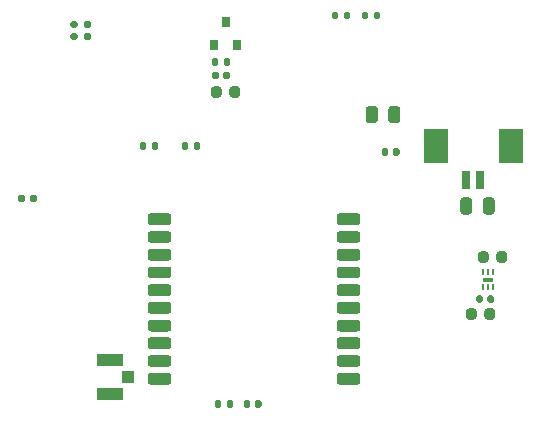
<source format=gbp>
%TF.GenerationSoftware,KiCad,Pcbnew,(5.1.10)-1*%
%TF.CreationDate,2021-12-08T00:23:12-08:00*%
%TF.ProjectId,Climbing_Main_Rev_A,436c696d-6269-46e6-975f-4d61696e5f52,rev?*%
%TF.SameCoordinates,Original*%
%TF.FileFunction,Paste,Bot*%
%TF.FilePolarity,Positive*%
%FSLAX46Y46*%
G04 Gerber Fmt 4.6, Leading zero omitted, Abs format (unit mm)*
G04 Created by KiCad (PCBNEW (5.1.10)-1) date 2021-12-08 00:23:12*
%MOMM*%
%LPD*%
G01*
G04 APERTURE LIST*
%ADD10R,0.127000X0.508000*%
%ADD11R,0.939800X0.304800*%
%ADD12R,0.800000X0.900000*%
%ADD13R,2.100000X3.000000*%
%ADD14R,0.800000X1.600000*%
%ADD15R,1.050000X1.000000*%
%ADD16R,2.200000X1.050000*%
G04 APERTURE END LIST*
G36*
G01*
X140828000Y-106703000D02*
X140828000Y-107203000D01*
G75*
G02*
X140578000Y-107453000I-250000J0D01*
G01*
X139078000Y-107453000D01*
G75*
G02*
X138828000Y-107203000I0J250000D01*
G01*
X138828000Y-106703000D01*
G75*
G02*
X139078000Y-106453000I250000J0D01*
G01*
X140578000Y-106453000D01*
G75*
G02*
X140828000Y-106703000I0J-250000D01*
G01*
G37*
G36*
G01*
X140828000Y-105203000D02*
X140828000Y-105703000D01*
G75*
G02*
X140578000Y-105953000I-250000J0D01*
G01*
X139078000Y-105953000D01*
G75*
G02*
X138828000Y-105703000I0J250000D01*
G01*
X138828000Y-105203000D01*
G75*
G02*
X139078000Y-104953000I250000J0D01*
G01*
X140578000Y-104953000D01*
G75*
G02*
X140828000Y-105203000I0J-250000D01*
G01*
G37*
G36*
G01*
X140828000Y-103703000D02*
X140828000Y-104203000D01*
G75*
G02*
X140578000Y-104453000I-250000J0D01*
G01*
X139078000Y-104453000D01*
G75*
G02*
X138828000Y-104203000I0J250000D01*
G01*
X138828000Y-103703000D01*
G75*
G02*
X139078000Y-103453000I250000J0D01*
G01*
X140578000Y-103453000D01*
G75*
G02*
X140828000Y-103703000I0J-250000D01*
G01*
G37*
G36*
G01*
X140828000Y-102203000D02*
X140828000Y-102703000D01*
G75*
G02*
X140578000Y-102953000I-250000J0D01*
G01*
X139078000Y-102953000D01*
G75*
G02*
X138828000Y-102703000I0J250000D01*
G01*
X138828000Y-102203000D01*
G75*
G02*
X139078000Y-101953000I250000J0D01*
G01*
X140578000Y-101953000D01*
G75*
G02*
X140828000Y-102203000I0J-250000D01*
G01*
G37*
G36*
G01*
X140828000Y-100703000D02*
X140828000Y-101203000D01*
G75*
G02*
X140578000Y-101453000I-250000J0D01*
G01*
X139078000Y-101453000D01*
G75*
G02*
X138828000Y-101203000I0J250000D01*
G01*
X138828000Y-100703000D01*
G75*
G02*
X139078000Y-100453000I250000J0D01*
G01*
X140578000Y-100453000D01*
G75*
G02*
X140828000Y-100703000I0J-250000D01*
G01*
G37*
G36*
G01*
X140828000Y-99203000D02*
X140828000Y-99703000D01*
G75*
G02*
X140578000Y-99953000I-250000J0D01*
G01*
X139078000Y-99953000D01*
G75*
G02*
X138828000Y-99703000I0J250000D01*
G01*
X138828000Y-99203000D01*
G75*
G02*
X139078000Y-98953000I250000J0D01*
G01*
X140578000Y-98953000D01*
G75*
G02*
X140828000Y-99203000I0J-250000D01*
G01*
G37*
G36*
G01*
X140828000Y-97703000D02*
X140828000Y-98203000D01*
G75*
G02*
X140578000Y-98453000I-250000J0D01*
G01*
X139078000Y-98453000D01*
G75*
G02*
X138828000Y-98203000I0J250000D01*
G01*
X138828000Y-97703000D01*
G75*
G02*
X139078000Y-97453000I250000J0D01*
G01*
X140578000Y-97453000D01*
G75*
G02*
X140828000Y-97703000I0J-250000D01*
G01*
G37*
G36*
G01*
X140828000Y-96203000D02*
X140828000Y-96703000D01*
G75*
G02*
X140578000Y-96953000I-250000J0D01*
G01*
X139078000Y-96953000D01*
G75*
G02*
X138828000Y-96703000I0J250000D01*
G01*
X138828000Y-96203000D01*
G75*
G02*
X139078000Y-95953000I250000J0D01*
G01*
X140578000Y-95953000D01*
G75*
G02*
X140828000Y-96203000I0J-250000D01*
G01*
G37*
G36*
G01*
X140828000Y-94703000D02*
X140828000Y-95203000D01*
G75*
G02*
X140578000Y-95453000I-250000J0D01*
G01*
X139078000Y-95453000D01*
G75*
G02*
X138828000Y-95203000I0J250000D01*
G01*
X138828000Y-94703000D01*
G75*
G02*
X139078000Y-94453000I250000J0D01*
G01*
X140578000Y-94453000D01*
G75*
G02*
X140828000Y-94703000I0J-250000D01*
G01*
G37*
G36*
G01*
X140828000Y-93203000D02*
X140828000Y-93703000D01*
G75*
G02*
X140578000Y-93953000I-250000J0D01*
G01*
X139078000Y-93953000D01*
G75*
G02*
X138828000Y-93703000I0J250000D01*
G01*
X138828000Y-93203000D01*
G75*
G02*
X139078000Y-92953000I250000J0D01*
G01*
X140578000Y-92953000D01*
G75*
G02*
X140828000Y-93203000I0J-250000D01*
G01*
G37*
G36*
G01*
X156828000Y-106703000D02*
X156828000Y-107203000D01*
G75*
G02*
X156578000Y-107453000I-250000J0D01*
G01*
X155078000Y-107453000D01*
G75*
G02*
X154828000Y-107203000I0J250000D01*
G01*
X154828000Y-106703000D01*
G75*
G02*
X155078000Y-106453000I250000J0D01*
G01*
X156578000Y-106453000D01*
G75*
G02*
X156828000Y-106703000I0J-250000D01*
G01*
G37*
G36*
G01*
X156828000Y-105203000D02*
X156828000Y-105703000D01*
G75*
G02*
X156578000Y-105953000I-250000J0D01*
G01*
X155078000Y-105953000D01*
G75*
G02*
X154828000Y-105703000I0J250000D01*
G01*
X154828000Y-105203000D01*
G75*
G02*
X155078000Y-104953000I250000J0D01*
G01*
X156578000Y-104953000D01*
G75*
G02*
X156828000Y-105203000I0J-250000D01*
G01*
G37*
G36*
G01*
X156828000Y-103703000D02*
X156828000Y-104203000D01*
G75*
G02*
X156578000Y-104453000I-250000J0D01*
G01*
X155078000Y-104453000D01*
G75*
G02*
X154828000Y-104203000I0J250000D01*
G01*
X154828000Y-103703000D01*
G75*
G02*
X155078000Y-103453000I250000J0D01*
G01*
X156578000Y-103453000D01*
G75*
G02*
X156828000Y-103703000I0J-250000D01*
G01*
G37*
G36*
G01*
X156828000Y-102203000D02*
X156828000Y-102703000D01*
G75*
G02*
X156578000Y-102953000I-250000J0D01*
G01*
X155078000Y-102953000D01*
G75*
G02*
X154828000Y-102703000I0J250000D01*
G01*
X154828000Y-102203000D01*
G75*
G02*
X155078000Y-101953000I250000J0D01*
G01*
X156578000Y-101953000D01*
G75*
G02*
X156828000Y-102203000I0J-250000D01*
G01*
G37*
G36*
G01*
X156828000Y-100703000D02*
X156828000Y-101203000D01*
G75*
G02*
X156578000Y-101453000I-250000J0D01*
G01*
X155078000Y-101453000D01*
G75*
G02*
X154828000Y-101203000I0J250000D01*
G01*
X154828000Y-100703000D01*
G75*
G02*
X155078000Y-100453000I250000J0D01*
G01*
X156578000Y-100453000D01*
G75*
G02*
X156828000Y-100703000I0J-250000D01*
G01*
G37*
G36*
G01*
X156828000Y-99203000D02*
X156828000Y-99703000D01*
G75*
G02*
X156578000Y-99953000I-250000J0D01*
G01*
X155078000Y-99953000D01*
G75*
G02*
X154828000Y-99703000I0J250000D01*
G01*
X154828000Y-99203000D01*
G75*
G02*
X155078000Y-98953000I250000J0D01*
G01*
X156578000Y-98953000D01*
G75*
G02*
X156828000Y-99203000I0J-250000D01*
G01*
G37*
G36*
G01*
X156828000Y-97703000D02*
X156828000Y-98203000D01*
G75*
G02*
X156578000Y-98453000I-250000J0D01*
G01*
X155078000Y-98453000D01*
G75*
G02*
X154828000Y-98203000I0J250000D01*
G01*
X154828000Y-97703000D01*
G75*
G02*
X155078000Y-97453000I250000J0D01*
G01*
X156578000Y-97453000D01*
G75*
G02*
X156828000Y-97703000I0J-250000D01*
G01*
G37*
G36*
G01*
X156828000Y-96203000D02*
X156828000Y-96703000D01*
G75*
G02*
X156578000Y-96953000I-250000J0D01*
G01*
X155078000Y-96953000D01*
G75*
G02*
X154828000Y-96703000I0J250000D01*
G01*
X154828000Y-96203000D01*
G75*
G02*
X155078000Y-95953000I250000J0D01*
G01*
X156578000Y-95953000D01*
G75*
G02*
X156828000Y-96203000I0J-250000D01*
G01*
G37*
G36*
G01*
X156828000Y-94703000D02*
X156828000Y-95203000D01*
G75*
G02*
X156578000Y-95453000I-250000J0D01*
G01*
X155078000Y-95453000D01*
G75*
G02*
X154828000Y-95203000I0J250000D01*
G01*
X154828000Y-94703000D01*
G75*
G02*
X155078000Y-94453000I250000J0D01*
G01*
X156578000Y-94453000D01*
G75*
G02*
X156828000Y-94703000I0J-250000D01*
G01*
G37*
G36*
G01*
X156828000Y-93203000D02*
X156828000Y-93703000D01*
G75*
G02*
X156578000Y-93953000I-250000J0D01*
G01*
X155078000Y-93953000D01*
G75*
G02*
X154828000Y-93703000I0J250000D01*
G01*
X154828000Y-93203000D01*
G75*
G02*
X155078000Y-92953000I250000J0D01*
G01*
X156578000Y-92953000D01*
G75*
G02*
X156828000Y-93203000I0J-250000D01*
G01*
G37*
D10*
X167233600Y-97917000D03*
X167640000Y-97917000D03*
X168046400Y-97917000D03*
X168046400Y-99212400D03*
X167640000Y-99212400D03*
X167233600Y-99212400D03*
D11*
X167640000Y-98564700D03*
G36*
G01*
X128891000Y-91879000D02*
X128891000Y-91509000D01*
G75*
G02*
X129026000Y-91374000I135000J0D01*
G01*
X129296000Y-91374000D01*
G75*
G02*
X129431000Y-91509000I0J-135000D01*
G01*
X129431000Y-91879000D01*
G75*
G02*
X129296000Y-92014000I-135000J0D01*
G01*
X129026000Y-92014000D01*
G75*
G02*
X128891000Y-91879000I0J135000D01*
G01*
G37*
G36*
G01*
X127871000Y-91879000D02*
X127871000Y-91509000D01*
G75*
G02*
X128006000Y-91374000I135000J0D01*
G01*
X128276000Y-91374000D01*
G75*
G02*
X128411000Y-91509000I0J-135000D01*
G01*
X128411000Y-91879000D01*
G75*
G02*
X128276000Y-92014000I-135000J0D01*
G01*
X128006000Y-92014000D01*
G75*
G02*
X127871000Y-91879000I0J135000D01*
G01*
G37*
G36*
G01*
X155432000Y-76385000D02*
X155432000Y-76015000D01*
G75*
G02*
X155567000Y-75880000I135000J0D01*
G01*
X155837000Y-75880000D01*
G75*
G02*
X155972000Y-76015000I0J-135000D01*
G01*
X155972000Y-76385000D01*
G75*
G02*
X155837000Y-76520000I-135000J0D01*
G01*
X155567000Y-76520000D01*
G75*
G02*
X155432000Y-76385000I0J135000D01*
G01*
G37*
G36*
G01*
X154412000Y-76385000D02*
X154412000Y-76015000D01*
G75*
G02*
X154547000Y-75880000I135000J0D01*
G01*
X154817000Y-75880000D01*
G75*
G02*
X154952000Y-76015000I0J-135000D01*
G01*
X154952000Y-76385000D01*
G75*
G02*
X154817000Y-76520000I-135000J0D01*
G01*
X154547000Y-76520000D01*
G75*
G02*
X154412000Y-76385000I0J135000D01*
G01*
G37*
G36*
G01*
X157974000Y-76385000D02*
X157974000Y-76015000D01*
G75*
G02*
X158109000Y-75880000I135000J0D01*
G01*
X158379000Y-75880000D01*
G75*
G02*
X158514000Y-76015000I0J-135000D01*
G01*
X158514000Y-76385000D01*
G75*
G02*
X158379000Y-76520000I-135000J0D01*
G01*
X158109000Y-76520000D01*
G75*
G02*
X157974000Y-76385000I0J135000D01*
G01*
G37*
G36*
G01*
X156954000Y-76385000D02*
X156954000Y-76015000D01*
G75*
G02*
X157089000Y-75880000I135000J0D01*
G01*
X157359000Y-75880000D01*
G75*
G02*
X157494000Y-76015000I0J-135000D01*
G01*
X157494000Y-76385000D01*
G75*
G02*
X157359000Y-76520000I-135000J0D01*
G01*
X157089000Y-76520000D01*
G75*
G02*
X156954000Y-76385000I0J135000D01*
G01*
G37*
G36*
G01*
X145274000Y-80322000D02*
X145274000Y-79952000D01*
G75*
G02*
X145409000Y-79817000I135000J0D01*
G01*
X145679000Y-79817000D01*
G75*
G02*
X145814000Y-79952000I0J-135000D01*
G01*
X145814000Y-80322000D01*
G75*
G02*
X145679000Y-80457000I-135000J0D01*
G01*
X145409000Y-80457000D01*
G75*
G02*
X145274000Y-80322000I0J135000D01*
G01*
G37*
G36*
G01*
X144254000Y-80322000D02*
X144254000Y-79952000D01*
G75*
G02*
X144389000Y-79817000I135000J0D01*
G01*
X144659000Y-79817000D01*
G75*
G02*
X144794000Y-79952000I0J-135000D01*
G01*
X144794000Y-80322000D01*
G75*
G02*
X144659000Y-80457000I-135000J0D01*
G01*
X144389000Y-80457000D01*
G75*
G02*
X144254000Y-80322000I0J135000D01*
G01*
G37*
G36*
G01*
X138698000Y-87064000D02*
X138698000Y-87434000D01*
G75*
G02*
X138563000Y-87569000I-135000J0D01*
G01*
X138293000Y-87569000D01*
G75*
G02*
X138158000Y-87434000I0J135000D01*
G01*
X138158000Y-87064000D01*
G75*
G02*
X138293000Y-86929000I135000J0D01*
G01*
X138563000Y-86929000D01*
G75*
G02*
X138698000Y-87064000I0J-135000D01*
G01*
G37*
G36*
G01*
X139718000Y-87064000D02*
X139718000Y-87434000D01*
G75*
G02*
X139583000Y-87569000I-135000J0D01*
G01*
X139313000Y-87569000D01*
G75*
G02*
X139178000Y-87434000I0J135000D01*
G01*
X139178000Y-87064000D01*
G75*
G02*
X139313000Y-86929000I135000J0D01*
G01*
X139583000Y-86929000D01*
G75*
G02*
X139718000Y-87064000I0J-135000D01*
G01*
G37*
G36*
G01*
X142734000Y-87434000D02*
X142734000Y-87064000D01*
G75*
G02*
X142869000Y-86929000I135000J0D01*
G01*
X143139000Y-86929000D01*
G75*
G02*
X143274000Y-87064000I0J-135000D01*
G01*
X143274000Y-87434000D01*
G75*
G02*
X143139000Y-87569000I-135000J0D01*
G01*
X142869000Y-87569000D01*
G75*
G02*
X142734000Y-87434000I0J135000D01*
G01*
G37*
G36*
G01*
X141714000Y-87434000D02*
X141714000Y-87064000D01*
G75*
G02*
X141849000Y-86929000I135000J0D01*
G01*
X142119000Y-86929000D01*
G75*
G02*
X142254000Y-87064000I0J-135000D01*
G01*
X142254000Y-87434000D01*
G75*
G02*
X142119000Y-87569000I-135000J0D01*
G01*
X141849000Y-87569000D01*
G75*
G02*
X141714000Y-87434000I0J135000D01*
G01*
G37*
G36*
G01*
X132403000Y-77710000D02*
X132773000Y-77710000D01*
G75*
G02*
X132908000Y-77845000I0J-135000D01*
G01*
X132908000Y-78115000D01*
G75*
G02*
X132773000Y-78250000I-135000J0D01*
G01*
X132403000Y-78250000D01*
G75*
G02*
X132268000Y-78115000I0J135000D01*
G01*
X132268000Y-77845000D01*
G75*
G02*
X132403000Y-77710000I135000J0D01*
G01*
G37*
G36*
G01*
X132403000Y-76690000D02*
X132773000Y-76690000D01*
G75*
G02*
X132908000Y-76825000I0J-135000D01*
G01*
X132908000Y-77095000D01*
G75*
G02*
X132773000Y-77230000I-135000J0D01*
G01*
X132403000Y-77230000D01*
G75*
G02*
X132268000Y-77095000I0J135000D01*
G01*
X132268000Y-76825000D01*
G75*
G02*
X132403000Y-76690000I135000J0D01*
G01*
G37*
G36*
G01*
X133546000Y-77710000D02*
X133916000Y-77710000D01*
G75*
G02*
X134051000Y-77845000I0J-135000D01*
G01*
X134051000Y-78115000D01*
G75*
G02*
X133916000Y-78250000I-135000J0D01*
G01*
X133546000Y-78250000D01*
G75*
G02*
X133411000Y-78115000I0J135000D01*
G01*
X133411000Y-77845000D01*
G75*
G02*
X133546000Y-77710000I135000J0D01*
G01*
G37*
G36*
G01*
X133546000Y-76690000D02*
X133916000Y-76690000D01*
G75*
G02*
X134051000Y-76825000I0J-135000D01*
G01*
X134051000Y-77095000D01*
G75*
G02*
X133916000Y-77230000I-135000J0D01*
G01*
X133546000Y-77230000D01*
G75*
G02*
X133411000Y-77095000I0J135000D01*
G01*
X133411000Y-76825000D01*
G75*
G02*
X133546000Y-76690000I135000J0D01*
G01*
G37*
G36*
G01*
X145528000Y-109278000D02*
X145528000Y-108908000D01*
G75*
G02*
X145663000Y-108773000I135000J0D01*
G01*
X145933000Y-108773000D01*
G75*
G02*
X146068000Y-108908000I0J-135000D01*
G01*
X146068000Y-109278000D01*
G75*
G02*
X145933000Y-109413000I-135000J0D01*
G01*
X145663000Y-109413000D01*
G75*
G02*
X145528000Y-109278000I0J135000D01*
G01*
G37*
G36*
G01*
X144508000Y-109278000D02*
X144508000Y-108908000D01*
G75*
G02*
X144643000Y-108773000I135000J0D01*
G01*
X144913000Y-108773000D01*
G75*
G02*
X145048000Y-108908000I0J-135000D01*
G01*
X145048000Y-109278000D01*
G75*
G02*
X144913000Y-109413000I-135000J0D01*
G01*
X144643000Y-109413000D01*
G75*
G02*
X144508000Y-109278000I0J135000D01*
G01*
G37*
D12*
X145415000Y-76724000D03*
X144465000Y-78724000D03*
X146365000Y-78724000D03*
D13*
X163195000Y-87249000D03*
X169545000Y-87249000D03*
D14*
X165745000Y-90149000D03*
X166995000Y-90149000D03*
D15*
X137161000Y-106807000D03*
D16*
X135636000Y-105332000D03*
X135636000Y-108282000D03*
G36*
G01*
X145234000Y-81450000D02*
X145234000Y-81110000D01*
G75*
G02*
X145374000Y-80970000I140000J0D01*
G01*
X145654000Y-80970000D01*
G75*
G02*
X145794000Y-81110000I0J-140000D01*
G01*
X145794000Y-81450000D01*
G75*
G02*
X145654000Y-81590000I-140000J0D01*
G01*
X145374000Y-81590000D01*
G75*
G02*
X145234000Y-81450000I0J140000D01*
G01*
G37*
G36*
G01*
X144274000Y-81450000D02*
X144274000Y-81110000D01*
G75*
G02*
X144414000Y-80970000I140000J0D01*
G01*
X144694000Y-80970000D01*
G75*
G02*
X144834000Y-81110000I0J-140000D01*
G01*
X144834000Y-81450000D01*
G75*
G02*
X144694000Y-81590000I-140000J0D01*
G01*
X144414000Y-81590000D01*
G75*
G02*
X144274000Y-81450000I0J140000D01*
G01*
G37*
G36*
G01*
X145740000Y-82927000D02*
X145740000Y-82427000D01*
G75*
G02*
X145965000Y-82202000I225000J0D01*
G01*
X146415000Y-82202000D01*
G75*
G02*
X146640000Y-82427000I0J-225000D01*
G01*
X146640000Y-82927000D01*
G75*
G02*
X146415000Y-83152000I-225000J0D01*
G01*
X145965000Y-83152000D01*
G75*
G02*
X145740000Y-82927000I0J225000D01*
G01*
G37*
G36*
G01*
X144190000Y-82927000D02*
X144190000Y-82427000D01*
G75*
G02*
X144415000Y-82202000I225000J0D01*
G01*
X144865000Y-82202000D01*
G75*
G02*
X145090000Y-82427000I0J-225000D01*
G01*
X145090000Y-82927000D01*
G75*
G02*
X144865000Y-83152000I-225000J0D01*
G01*
X144415000Y-83152000D01*
G75*
G02*
X144190000Y-82927000I0J225000D01*
G01*
G37*
G36*
G01*
X167201000Y-92804000D02*
X167201000Y-91854000D01*
G75*
G02*
X167451000Y-91604000I250000J0D01*
G01*
X167951000Y-91604000D01*
G75*
G02*
X168201000Y-91854000I0J-250000D01*
G01*
X168201000Y-92804000D01*
G75*
G02*
X167951000Y-93054000I-250000J0D01*
G01*
X167451000Y-93054000D01*
G75*
G02*
X167201000Y-92804000I0J250000D01*
G01*
G37*
G36*
G01*
X165301000Y-92804000D02*
X165301000Y-91854000D01*
G75*
G02*
X165551000Y-91604000I250000J0D01*
G01*
X166051000Y-91604000D01*
G75*
G02*
X166301000Y-91854000I0J-250000D01*
G01*
X166301000Y-92804000D01*
G75*
G02*
X166051000Y-93054000I-250000J0D01*
G01*
X165551000Y-93054000D01*
G75*
G02*
X165301000Y-92804000I0J250000D01*
G01*
G37*
G36*
G01*
X159185000Y-87587000D02*
X159185000Y-87927000D01*
G75*
G02*
X159045000Y-88067000I-140000J0D01*
G01*
X158765000Y-88067000D01*
G75*
G02*
X158625000Y-87927000I0J140000D01*
G01*
X158625000Y-87587000D01*
G75*
G02*
X158765000Y-87447000I140000J0D01*
G01*
X159045000Y-87447000D01*
G75*
G02*
X159185000Y-87587000I0J-140000D01*
G01*
G37*
G36*
G01*
X160145000Y-87587000D02*
X160145000Y-87927000D01*
G75*
G02*
X160005000Y-88067000I-140000J0D01*
G01*
X159725000Y-88067000D01*
G75*
G02*
X159585000Y-87927000I0J140000D01*
G01*
X159585000Y-87587000D01*
G75*
G02*
X159725000Y-87447000I140000J0D01*
G01*
X160005000Y-87447000D01*
G75*
G02*
X160145000Y-87587000I0J-140000D01*
G01*
G37*
G36*
G01*
X158300000Y-84107000D02*
X158300000Y-85057000D01*
G75*
G02*
X158050000Y-85307000I-250000J0D01*
G01*
X157550000Y-85307000D01*
G75*
G02*
X157300000Y-85057000I0J250000D01*
G01*
X157300000Y-84107000D01*
G75*
G02*
X157550000Y-83857000I250000J0D01*
G01*
X158050000Y-83857000D01*
G75*
G02*
X158300000Y-84107000I0J-250000D01*
G01*
G37*
G36*
G01*
X160200000Y-84107000D02*
X160200000Y-85057000D01*
G75*
G02*
X159950000Y-85307000I-250000J0D01*
G01*
X159450000Y-85307000D01*
G75*
G02*
X159200000Y-85057000I0J250000D01*
G01*
X159200000Y-84107000D01*
G75*
G02*
X159450000Y-83857000I250000J0D01*
G01*
X159950000Y-83857000D01*
G75*
G02*
X160200000Y-84107000I0J-250000D01*
G01*
G37*
G36*
G01*
X168346000Y-96897000D02*
X168346000Y-96397000D01*
G75*
G02*
X168571000Y-96172000I225000J0D01*
G01*
X169021000Y-96172000D01*
G75*
G02*
X169246000Y-96397000I0J-225000D01*
G01*
X169246000Y-96897000D01*
G75*
G02*
X169021000Y-97122000I-225000J0D01*
G01*
X168571000Y-97122000D01*
G75*
G02*
X168346000Y-96897000I0J225000D01*
G01*
G37*
G36*
G01*
X166796000Y-96897000D02*
X166796000Y-96397000D01*
G75*
G02*
X167021000Y-96172000I225000J0D01*
G01*
X167471000Y-96172000D01*
G75*
G02*
X167696000Y-96397000I0J-225000D01*
G01*
X167696000Y-96897000D01*
G75*
G02*
X167471000Y-97122000I-225000J0D01*
G01*
X167021000Y-97122000D01*
G75*
G02*
X166796000Y-96897000I0J225000D01*
G01*
G37*
G36*
G01*
X167186000Y-100033000D02*
X167186000Y-100373000D01*
G75*
G02*
X167046000Y-100513000I-140000J0D01*
G01*
X166766000Y-100513000D01*
G75*
G02*
X166626000Y-100373000I0J140000D01*
G01*
X166626000Y-100033000D01*
G75*
G02*
X166766000Y-99893000I140000J0D01*
G01*
X167046000Y-99893000D01*
G75*
G02*
X167186000Y-100033000I0J-140000D01*
G01*
G37*
G36*
G01*
X168146000Y-100033000D02*
X168146000Y-100373000D01*
G75*
G02*
X168006000Y-100513000I-140000J0D01*
G01*
X167726000Y-100513000D01*
G75*
G02*
X167586000Y-100373000I0J140000D01*
G01*
X167586000Y-100033000D01*
G75*
G02*
X167726000Y-99893000I140000J0D01*
G01*
X168006000Y-99893000D01*
G75*
G02*
X168146000Y-100033000I0J-140000D01*
G01*
G37*
G36*
G01*
X166680000Y-101223000D02*
X166680000Y-101723000D01*
G75*
G02*
X166455000Y-101948000I-225000J0D01*
G01*
X166005000Y-101948000D01*
G75*
G02*
X165780000Y-101723000I0J225000D01*
G01*
X165780000Y-101223000D01*
G75*
G02*
X166005000Y-100998000I225000J0D01*
G01*
X166455000Y-100998000D01*
G75*
G02*
X166680000Y-101223000I0J-225000D01*
G01*
G37*
G36*
G01*
X168230000Y-101223000D02*
X168230000Y-101723000D01*
G75*
G02*
X168005000Y-101948000I-225000J0D01*
G01*
X167555000Y-101948000D01*
G75*
G02*
X167330000Y-101723000I0J225000D01*
G01*
X167330000Y-101223000D01*
G75*
G02*
X167555000Y-100998000I225000J0D01*
G01*
X168005000Y-100998000D01*
G75*
G02*
X168230000Y-101223000I0J-225000D01*
G01*
G37*
G36*
G01*
X147501000Y-108923000D02*
X147501000Y-109263000D01*
G75*
G02*
X147361000Y-109403000I-140000J0D01*
G01*
X147081000Y-109403000D01*
G75*
G02*
X146941000Y-109263000I0J140000D01*
G01*
X146941000Y-108923000D01*
G75*
G02*
X147081000Y-108783000I140000J0D01*
G01*
X147361000Y-108783000D01*
G75*
G02*
X147501000Y-108923000I0J-140000D01*
G01*
G37*
G36*
G01*
X148461000Y-108923000D02*
X148461000Y-109263000D01*
G75*
G02*
X148321000Y-109403000I-140000J0D01*
G01*
X148041000Y-109403000D01*
G75*
G02*
X147901000Y-109263000I0J140000D01*
G01*
X147901000Y-108923000D01*
G75*
G02*
X148041000Y-108783000I140000J0D01*
G01*
X148321000Y-108783000D01*
G75*
G02*
X148461000Y-108923000I0J-140000D01*
G01*
G37*
M02*

</source>
